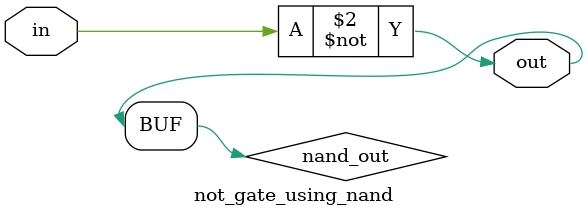
<source format=v>
module not_gate_using_nand(input in, output out);
  wire nand_out;
  assign nand_out = ~(in & in);
  assign out = nand_out;
endmodule
</source>
